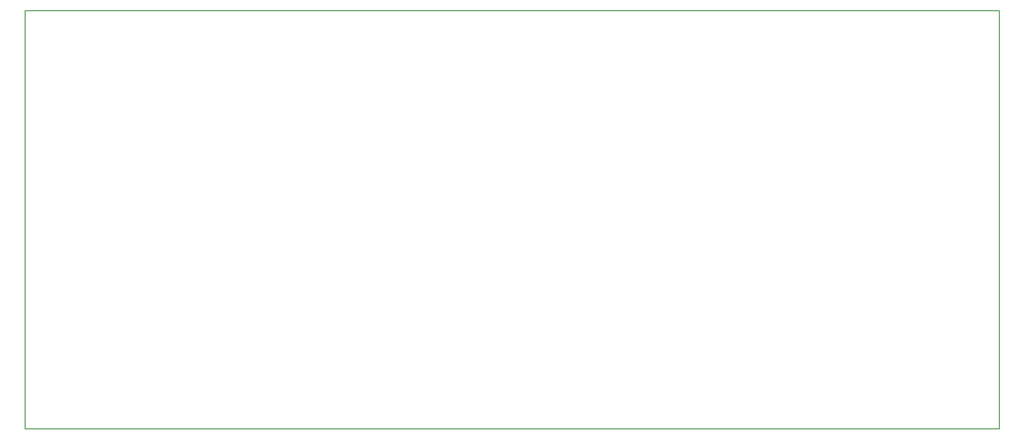
<source format=gbr>
%TF.GenerationSoftware,KiCad,Pcbnew,8.0.5*%
%TF.CreationDate,2024-10-14T07:35:35-07:00*%
%TF.ProjectId,Power_Amp_RevB,506f7765-725f-4416-9d70-5f526576422e,A*%
%TF.SameCoordinates,Original*%
%TF.FileFunction,Profile,NP*%
%FSLAX46Y46*%
G04 Gerber Fmt 4.6, Leading zero omitted, Abs format (unit mm)*
G04 Created by KiCad (PCBNEW 8.0.5) date 2024-10-14 07:35:35*
%MOMM*%
%LPD*%
G01*
G04 APERTURE LIST*
%TA.AperFunction,Profile*%
%ADD10C,0.200000*%
%TD*%
G04 APERTURE END LIST*
D10*
X38450800Y-62865000D02*
X215900000Y-62865000D01*
X215900000Y-139065000D01*
X38450800Y-139065000D01*
X38450800Y-62865000D01*
M02*

</source>
